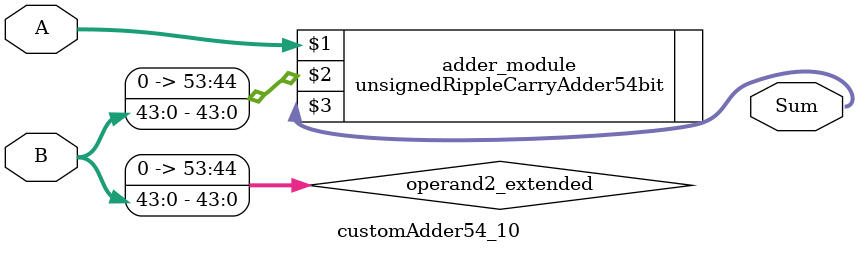
<source format=v>
module customAdder54_10(
                        input [53 : 0] A,
                        input [43 : 0] B,
                        
                        output [54 : 0] Sum
                );

        wire [53 : 0] operand2_extended;
        
        assign operand2_extended =  {10'b0, B};
        
        unsignedRippleCarryAdder54bit adder_module(
            A,
            operand2_extended,
            Sum
        );
        
        endmodule
        
</source>
